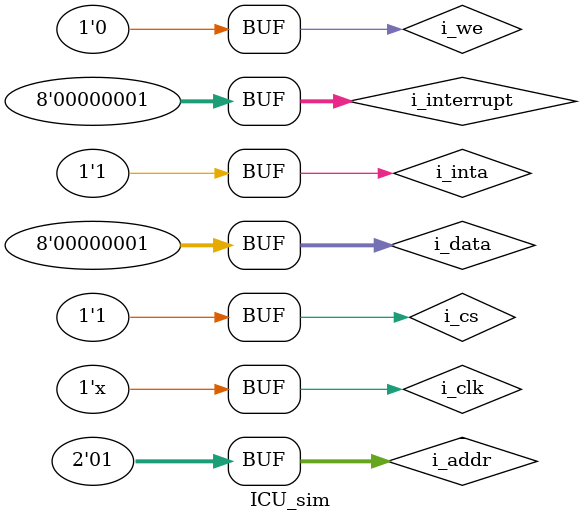
<source format=v>
`timescale 1ns / 1ps


module ICU_sim();
reg[7:0] i_interrupt;
reg[1:0] i_addr;
reg i_we;
reg i_cs;
reg[7:0] i_data;
reg i_inta;
reg i_clk = 0;
wire o_intr;
wire[7:0] o_vector;

ICU uut(
        .i_interrupt(i_interrupt),
        .i_addr(i_addr),
        .i_we(i_we),
        .i_cs(i_cs),
        .i_data(i_data),
        .i_inta(i_inta),
        .i_clk(i_clk),
        .o_intr(o_intr),
        .o_vector(o_vector)
    );

initial begin
    i_interrupt = 8'b00000000;
    i_data = 8'b01010101;
    i_cs = 0;
    i_addr = 2'b00;
    i_we = 0;
    i_inta = 0;
    #5 i_cs = 1;
    #5 i_addr = 2'b10;i_interrupt = 8'b00000001;
    #5 i_we = 1;
    #5 i_cs = 0 ;i_we = 0;
    #5 i_cs = 1; i_we = 1;i_addr = 2'b11;i_data = 8'b00000001;
    #5 i_cs = 0;i_we = 0;
    #5 i_cs =1;i_addr = 2'b01; i_inta = 1;
end

always #0.5 i_clk = ~i_clk;
endmodule

</source>
